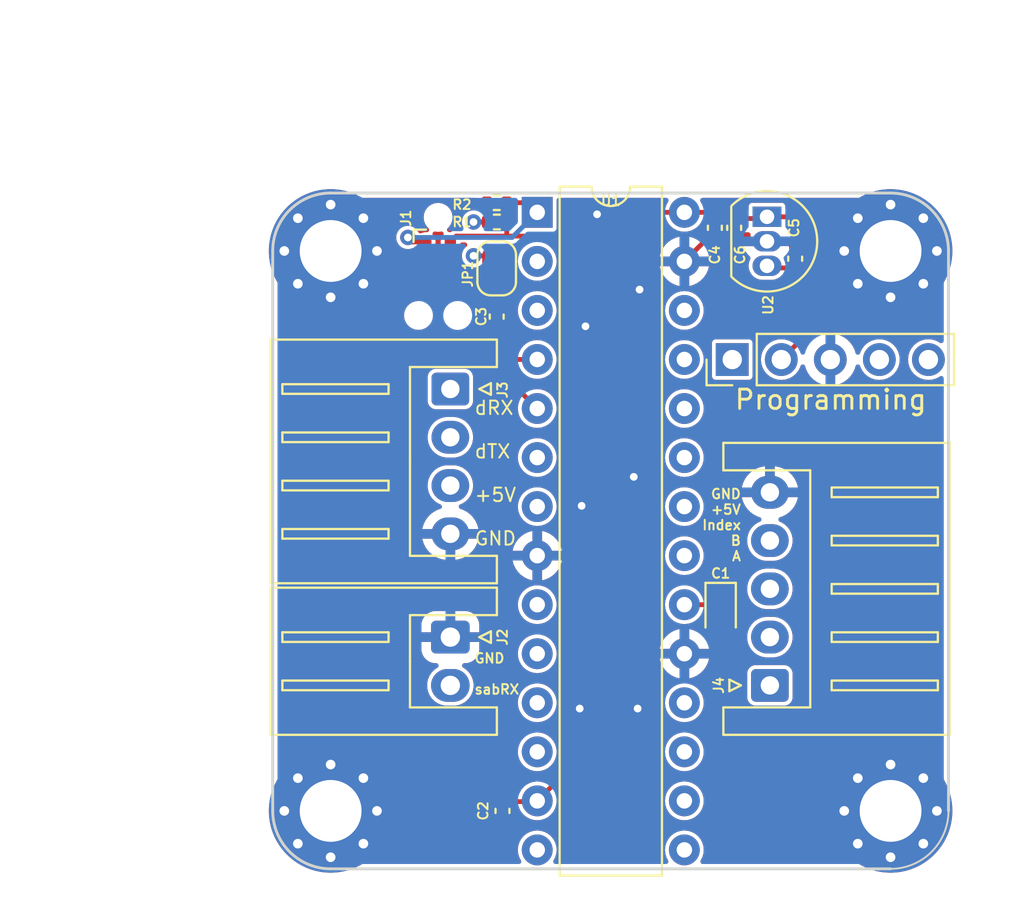
<source format=kicad_pcb>
(kicad_pcb (version 20240108) (generator "pcbnew") (generator_version "8.0")
  (layers (0 "F.Cu" signal) (1 "In1.Cu" signal) (2 "In2.Cu" signal) (31 "B.Cu" signal) (34 "B.Paste" user) (35 "F.Paste" user) (36 "B.SilkS" user "B.Silkscreen") (37 "F.SilkS" user "F.Silkscreen") (38 "B.Mask" user) (39 "F.Mask" user) (44 "Edge.Cuts" user))
  (net 0 "")
  (net 1 "GND")
  (net 2 "Net-(U1-VCAP)")
  (net 3 "+3.3V")
  (net 4 "Net-(JP1-A)")
  (net 5 "+5V")
  (net 6 "/PGD_4")
  (net 7 "/~{MCLR}")
  (net 9 "/PGD_5")
  (net 10 "Net-(JP1-B)")
  (net 12 "/QEI_I")
  (net 22 "/QEI_A")
  (net 25 "/QEI_B")
  (net 27 "/pic_TX")
  (net 28 "/Saber_RX")
  (net 29 "/pic_RX")
  (footprint "MountingHole:MountingHole_3.2mm_M3_Pad_Via" (layer "F.Cu") (at 147 87)
    (property "Reference" "H3" (hide yes))
    (property "Value" "MountingHole_Pad")
    (pad "1" thru_hole circle (at -2.4 0) (size 0.8 0.8) (drill 0.5) (layers "*.Cu" "*.Mask") (net 1 "GND"))
    (pad "1" thru_hole circle (at -1.697056 -1.697056) (size 0.8 0.8) (drill 0.5) (layers "*.Cu" "*.Mask") (net 1 "GND"))
    (pad "1" thru_hole circle (at -1.697056 1.697056) (size 0.8 0.8) (drill 0.5) (layers "*.Cu" "*.Mask") (net 1 "GND"))
    (pad "1" thru_hole circle (at 0 -2.4) (size 0.8 0.8) (drill 0.5) (layers "*.Cu" "*.Mask") (net 1 "GND"))
    (pad "1" thru_hole circle (at 0 0) (size 6.4 6.4) (drill 3.2) (layers "*.Cu" "*.Mask") (net 1 "GND"))
    (pad "1" thru_hole circle (at 0 2.4) (size 0.8 0.8) (drill 0.5) (layers "*.Cu" "*.Mask") (net 1 "GND"))
    (pad "1" thru_hole circle (at 1.697056 -1.697056) (size 0.8 0.8) (drill 0.5) (layers "*.Cu" "*.Mask") (net 1 "GND"))
    (pad "1" thru_hole circle (at 1.697056 1.697056) (size 0.8 0.8) (drill 0.5) (layers "*.Cu" "*.Mask") (net 1 "GND"))
    (pad "1" thru_hole circle (at 2.4 0) (size 0.8 0.8) (drill 0.5) (layers "*.Cu" "*.Mask") (net 1 "GND"))
  )
  (footprint "Capacitor_SMD:C_0402_1005Metric" (layer "F.Cu") (at 126.6 61.4 -90)
    (property "Reference" "C3" (at 0 0.8 90) (layer "F.SilkS") (effects (font (size 0.5 0.5) (thickness 0.1))))
    (property "Value" ".1uF")
    (fp_line (start -0.107836 0.36) (end 0.107836 0.36) (stroke (width 0.12)) (layer "F.SilkS"))
    (fp_line (start -0.107836 -0.36) (end 0.107836 -0.36) (stroke (width 0.12)) (layer "F.SilkS"))
    (pad "1" smd roundrect (at -0.48 0 270) (size 0.56 0.62) (layers "F.Cu" "F.Paste" "F.Mask") (net 4 "Net-(JP1-A)"))
    (pad "2" smd roundrect (at 0.48 0 270) (size 0.56 0.62) (layers "F.Cu" "F.Paste" "F.Mask") (net 1 "GND"))
  )
  (footprint "Capacitor_SMD:C_0402_1005Metric" (layer "F.Cu") (at 126.9 87 -90)
    (property "Reference" "C2" (at 0 1 90) (layer "F.SilkS") (effects (font (size 0.5 0.5) (thickness 0.1))))
    (property "Value" "0.1uF")
    (fp_line (start -0.107836 0.36) (end 0.107836 0.36) (stroke (width 0.12)) (layer "F.SilkS"))
    (fp_line (start -0.107836 -0.36) (end 0.107836 -0.36) (stroke (width 0.12)) (layer "F.SilkS"))
    (pad "1" smd roundrect (at -0.48 0 270) (size 0.56 0.62) (layers "F.Cu" "F.Paste" "F.Mask") (net 3 "+3.3V"))
    (pad "2" smd roundrect (at 0.48 0 270) (size 0.56 0.62) (layers "F.Cu" "F.Paste" "F.Mask") (net 1 "GND"))
  )
  (footprint "Capacitor_SMD:C_0402_1005Metric" (layer "F.Cu") (at 137.9 56.8 90)
    (property "Reference" "C4" (at -1.4 0 90) (layer "F.SilkS") (effects (font (size 0.5 0.5) (thickness 0.1))))
    (property "Value" "0.1uF")
    (fp_line (start -0.107836 -0.36) (end 0.107836 -0.36) (stroke (width 0.12)) (layer "F.SilkS"))
    (fp_line (start -0.107836 0.36) (end 0.107836 0.36) (stroke (width 0.12)) (layer "F.SilkS"))
    (pad "1" smd roundrect (at -0.48 0 90) (size 0.56 0.62) (layers "F.Cu" "F.Paste" "F.Mask") (net 1 "GND"))
    (pad "2" smd roundrect (at 0.48 0 90) (size 0.56 0.62) (layers "F.Cu" "F.Paste" "F.Mask") (net 3 "+3.3V"))
  )
  (footprint "Capacitor_SMD:C_0402_1005Metric" (layer "F.Cu") (at 142.06 58.4 90)
    (property "Reference" "C5" (at 1.6 -0.06 90) (layer "F.SilkS") (effects (font (size 0.5 0.5) (thickness 0.1))))
    (property "Value" "1uF")
    (fp_line (start -0.107836 -0.36) (end 0.107836 -0.36) (stroke (width 0.12)) (layer "F.SilkS"))
    (fp_line (start -0.107836 0.36) (end 0.107836 0.36) (stroke (width 0.12)) (layer "F.SilkS"))
    (pad "1" smd roundrect (at -0.48 0 90) (size 0.56 0.62) (layers "F.Cu" "F.Paste" "F.Mask") (net 5 "+5V"))
    (pad "2" smd roundrect (at 0.48 0 90) (size 0.56 0.62) (layers "F.Cu" "F.Paste" "F.Mask") (net 1 "GND"))
  )
  (footprint "Custom footprints:Tag-Connect_TC2030-IDC-NL_2x03_P1.27mm_Vertical_NO-KEEPOUT_SMALL-PADS" (layer "F.Cu") (at 123.565 58.8 -90)
    (property "Reference" "J1" (at -2.5 1.665 90) (layer "F.SilkS") (effects (font (size 0.5 0.5) (thickness 0.1))))
    (property "Value" "Programming")
    (fp_line (start -1.905 1.27) (end -1.905 0.635) (stroke (width 0.12)) (layer "F.SilkS"))
    (fp_line (start -1.27 1.27) (end -1.905 1.27) (stroke (width 0.12)) (layer "F.SilkS"))
    (pad "" np_thru_hole circle (at -2.54 0 270) (size 0.9906 0.9906) (drill 0.9906) (layers "*.Cu" "*.Mask"))
    (pad "" np_thru_hole circle (at 2.54 -1.016 270) (size 0.9906 0.9906) (drill 0.9906) (layers "*.Cu" "*.Mask"))
    (pad "" np_thru_hole circle (at 2.54 1.016 270) (size 0.9906 0.9906) (drill 0.9906) (layers "*.Cu" "*.Mask"))
    (pad "1" connect circle (at -1.27 0.635 270) (size 0.6 0.6) (layers "F.Cu") (net 7 "/~{MCLR}"))
    (pad "2" connect circle (at -1.27 -0.635 270) (size 0.6 0.6) (layers "F.Cu") (net 3 "+3.3V"))
    (pad "3" connect circle (at 0 0.635 270) (size 0.6 0.6) (layers "F.Cu" "F.Mask") (net 1 "GND"))
    (pad "4" connect circle (at 0 -0.635 270) (size 0.6 0.6) (layers "F.Cu") (net 6 "/PGD_4"))
    (pad "5" connect circle (at 1.27 0.635 270) (size 0.6 0.6) (layers "F.Cu") (net 9 "/PGD_5"))
    (pad "6" connect circle (at 1.27 -0.635 270) (size 0.6 0.6) (layers "F.Cu"))
  )
  (footprint "Package_DIP:DIP-28_W7.62mm" (layer "F.Cu") (at 128.7 56)
    (property "Reference" "U1" (at 3.81 -0.6 0) (layer "F.SilkS") (effects (font (size 0.5 0.5) (thickness 0.1))))
    (property "Value" "DSPIC33FJ64MC802-xSP")
    (fp_line (start 1.16 -1.33) (end 1.16 34.35) (stroke (width 0.12)) (layer "F.SilkS"))
    (fp_line (start 1.16 34.35) (end 6.46 34.35) (stroke (width 0.12)) (layer "F.SilkS"))
    (fp_line (start 2.81 -1.33) (end 1.16 -1.33) (stroke (width 0.12)) (layer "F.SilkS"))
    (fp_line (start 6.46 -1.33) (end 4.81 -1.33) (stroke (width 0.12)) (layer "F.SilkS"))
    (fp_line (start 6.46 34.35) (end 6.46 -1.33) (stroke (width 0.12)) (layer "F.SilkS"))
    (fp_arc (start 4.81 -1.33) (mid 3.81 -0.33) (end 2.81 -1.33) (stroke (width 0.12)) (layer "F.SilkS"))
    (pad "1" thru_hole rect (at 0 0) (size 1.6 1.6) (drill 0.8) (layers "*.Cu" "*.Mask") (net 7 "/~{MCLR}"))
    (pad "2" thru_hole oval (at 0 2.54) (size 1.6 1.6) (drill 0.8) (layers "*.Cu" "*.Mask"))
    (pad "3" thru_hole oval (at 0 5.08) (size 1.6 1.6) (drill 0.8) (layers "*.Cu" "*.Mask"))
    (pad "4" thru_hole oval (at 0 7.62) (size 1.6 1.6) (drill 0.8) (layers "*.Cu" "*.Mask") (net 6 "/PGD_4"))
    (pad "5" thru_hole oval (at 0 10.16) (size 1.6 1.6) (drill 0.8) (layers "*.Cu" "*.Mask") (net 9 "/PGD_5"))
    (pad "6" thru_hole oval (at 0 12.7) (size 1.6 1.6) (drill 0.8) (layers "*.Cu" "*.Mask"))
    (pad "7" thru_hole oval (at 0 15.24) (size 1.6 1.6) (drill 0.8) (layers "*.Cu" "*.Mask"))
    (pad "8" thru_hole oval (at 0 17.78) (size 1.6 1.6) (drill 0.8) (layers "*.Cu" "*.Mask") (net 1 "GND"))
    (pad "9" thru_hole oval (at 0 20.32) (size 1.6 1.6) (drill 0.8) (layers "*.Cu" "*.Mask"))
    (pad "10" thru_hole oval (at 0 22.86) (size 1.6 1.6) (drill 0.8) (layers "*.Cu" "*.Mask"))
    (pad "11" thru_hole oval (at 0 25.4) (size 1.6 1.6) (drill 0.8) (layers "*.Cu" "*.Mask"))
    (pad "12" thru_hole oval (at 0 27.94) (size 1.6 1.6) (drill 0.8) (layers "*.Cu" "*.Mask"))
    (pad "13" thru_hole oval (at 0 30.48) (size 1.6 1.6) (drill 0.8) (layers "*.Cu" "*.Mask") (net 3 "+3.3V"))
    (pad "14" thru_hole oval (at 0 33.02) (size 1.6 1.6) (drill 0.8) (layers "*.Cu" "*.Mask"))
    (pad "15" thru_hole oval (at 7.62 33.02) (size 1.6 1.6) (drill 0.8) (layers "*.Cu" "*.Mask") (net 22 "/QEI_A"))
    (pad "16" thru_hole oval (at 7.62 30.48) (size 1.6 1.6) (drill 0.8) (layers "*.Cu" "*.Mask") (net 25 "/QEI_B"))
    (pad "17" thru_hole oval (at 7.62 27.94) (size 1.6 1.6) (drill 0.8) (layers "*.Cu" "*.Mask") (net 12 "/QEI_I"))
    (pad "18" thru_hole oval (at 7.62 25.4) (size 1.6 1.6) (drill 0.8) (layers "*.Cu" "*.Mask") (net 28 "/Saber_RX"))
    (pad "19" thru_hole oval (at 7.62 22.86) (size 1.6 1.6) (drill 0.8) (layers "*.Cu" "*.Mask") (net 1 "GND"))
    (pad "20" thru_hole oval (at 7.62 20.32) (size 1.6 1.6) (drill 0.8) (layers "*.Cu" "*.Mask") (net 2 "Net-(U1-VCAP)"))
    (pad "21" thru_hole oval (at 7.62 17.78) (size 1.6 1.6) (drill 0.8) (layers "*.Cu" "*.Mask") (net 27 "/pic_TX"))
    (pad "22" thru_hole oval (at 7.62 15.24) (size 1.6 1.6) (drill 0.8) (layers "*.Cu" "*.Mask") (net 29 "/pic_RX"))
    (pad "23" thru_hole oval (at 7.62 12.7) (size 1.6 1.6) (drill 0.8) (layers "*.Cu" "*.Mask"))
    (pad "24" thru_hole oval (at 7.62 10.16) (size 1.6 1.6) (drill 0.8) (layers "*.Cu" "*.Mask"))
    (pad "25" thru_hole oval (at 7.62 7.62) (size 1.6 1.6) (drill 0.8) (layers "*.Cu" "*.Mask"))
    (pad "26" thru_hole oval (at 7.62 5.08) (size 1.6 1.6) (drill 0.8) (layers "*.Cu" "*.Mask"))
    (pad "27" thru_hole oval (at 7.62 2.54) (size 1.6 1.6) (drill 0.8) (layers "*.Cu" "*.Mask") (net 1 "GND"))
    (pad "28" thru_hole oval (at 7.62 0) (size 1.6 1.6) (drill 0.8) (layers "*.Cu" "*.Mask") (net 3 "+3.3V"))
  )
  (footprint "Capacitor_Tantalum_SMD:CP_EIA-1608-08_AVX-J" (layer "F.Cu") (at 138.2 76.7 -90)
    (property "Reference" "C1" (at -2 0 0) (layer "F.SilkS") (effects (font (size 0.5 0.5) (thickness 0.1))))
    (property "Value" "10uf")
    (fp_line (start -1.51 0.785) (end 0.8 0.785) (stroke (width 0.12)) (layer "F.SilkS"))
    (fp_line (start -1.51 -0.785) (end -1.51 0.785) (stroke (width 0.12)) (layer "F.SilkS"))
    (fp_line (start 0.8 -0.785) (end -1.51 -0.785) (stroke (width 0.12)) (layer "F.SilkS"))
    (pad "1" smd roundrect (at -0.7125 0 270) (size 1.075 1.05) (layers "F.Cu" "F.Paste" "F.Mask") (roundrect_rratio 0.238095) (net 2 "Net-(U1-VCAP)"))
    (pad "2" smd roundrect (at 0.7125 0 270) (size 1.075 1.05) (layers "F.Cu" "F.Paste" "F.Mask") (roundrect_rratio 0.238095) (net 1 "GND"))
  )
  (footprint "MountingHole:MountingHole_3.2mm_M3_Pad_Via" (layer "F.Cu") (at 118 87)
    (property "Reference" "H4" (hide yes))
    (property "Value" "MountingHole_Pad")
    (pad "1" thru_hole circle (at -2.4 0) (size 0.8 0.8) (drill 0.5) (layers "*.Cu" "*.Mask") (net 1 "GND"))
    (pad "1" thru_hole circle (at -1.697056 -1.697056) (size 0.8 0.8) (drill 0.5) (layers "*.Cu" "*.Mask") (net 1 "GND"))
    (pad "1" thru_hole circle (at -1.697056 1.697056) (size 0.8 0.8) (drill 0.5) (layers "*.Cu" "*.Mask") (net 1 "GND"))
    (pad "1" thru_hole circle (at 0 -2.4) (size 0.8 0.8) (drill 0.5) (layers "*.Cu" "*.Mask") (net 1 "GND"))
    (pad "1" thru_hole circle (at 0 0) (size 6.4 6.4) (drill 3.2) (layers "*.Cu" "*.Mask") (net 1 "GND"))
    (pad "1" thru_hole circle (at 0 2.4) (size 0.8 0.8) (drill 0.5) (layers "*.Cu" "*.Mask") (net 1 "GND"))
    (pad "1" thru_hole circle (at 1.697056 -1.697056) (size 0.8 0.8) (drill 0.5) (layers "*.Cu" "*.Mask") (net 1 "GND"))
    (pad "1" thru_hole circle (at 1.697056 1.697056) (size 0.8 0.8) (drill 0.5) (layers "*.Cu" "*.Mask") (net 1 "GND"))
    (pad "1" thru_hole circle (at 2.4 0) (size 0.8 0.8) (drill 0.5) (layers "*.Cu" "*.Mask") (net 1 "GND"))
  )
  (footprint "MountingHole:MountingHole_3.2mm_M3_Pad_Via" (layer "F.Cu") (at 147 58)
    (property "Reference" "H2" (hide yes))
    (property "Value" "MountingHole_Pad")
    (pad "1" thru_hole circle (at -2.4 0) (size 0.8 0.8) (drill 0.5) (layers "*.Cu" "*.Mask") (net 1 "GND"))
    (pad "1" thru_hole circle (at -1.697056 -1.697056) (size 0.8 0.8) (drill 0.5) (layers "*.Cu" "*.Mask") (net 1 "GND"))
    (pad "1" thru_hole circle (at -1.697056 1.697056) (size 0.8 0.8) (drill 0.5) (layers "*.Cu" "*.Mask") (net 1 "GND"))
    (pad "1" thru_hole circle (at 0 -2.4) (size 0.8 0.8) (drill 0.5) (layers "*.Cu" "*.Mask") (net 1 "GND"))
    (pad "1" thru_hole circle (at 0 0) (size 6.4 6.4) (drill 3.2) (layers "*.Cu" "*.Mask") (net 1 "GND"))
    (pad "1" thru_hole circle (at 0 2.4) (size 0.8 0.8) (drill 0.5) (layers "*.Cu" "*.Mask") (net 1 "GND"))
    (pad "1" thru_hole circle (at 1.697056 -1.697056) (size 0.8 0.8) (drill 0.5) (layers "*.Cu" "*.Mask") (net 1 "GND"))
    (pad "1" thru_hole circle (at 1.697056 1.697056) (size 0.8 0.8) (drill 0.5) (layers "*.Cu" "*.Mask") (net 1 "GND"))
    (pad "1" thru_hole circle (at 2.4 0) (size 0.8 0.8) (drill 0.5) (layers "*.Cu" "*.Mask") (net 1 "GND"))
  )
  (footprint "Jumper:SolderJumper-2_P1.3mm_Open_RoundedPad1.0x1.5mm" (layer "F.Cu") (at 126.6 58.9 90)
    (property "Reference" "JP1" (at -0.3 -1.5 90) (layer "F.SilkS") (effects (font (size 0.5 0.5) (thickness 0.1))))
    (property "Value" "Jumper_2_Open")
    (fp_line (start -0.7 -1) (end 0.7 -1) (stroke (width 0.12)) (layer "F.SilkS"))
    (fp_line (start 1.4 -0.3) (end 1.4 0.3) (stroke (width 0.12)) (layer "F.SilkS"))
    (fp_line (start -1.4 0.3) (end -1.4 -0.3) (stroke (width 0.12)) (layer "F.SilkS"))
    (fp_line (start 0.7 1) (end -0.7 1) (stroke (width 0.12)) (layer "F.SilkS"))
    (fp_arc (start 0.7 -1) (mid 1.194975 -0.794975) (end 1.4 -0.3) (stroke (width 0.12)) (layer "F.SilkS"))
    (fp_arc (start -1.4 -0.3) (mid -1.194975 -0.794975) (end -0.7 -1) (stroke (width 0.12)) (layer "F.SilkS"))
    (fp_arc (start 1.4 0.3) (mid 1.194975 0.794975) (end 0.7 1) (stroke (width 0.12)) (layer "F.SilkS"))
    (fp_arc (start -0.7 1) (mid -1.194975 0.794975) (end -1.4 0.3) (stroke (width 0.12)) (layer "F.SilkS"))
    (pad "1" smd custom (at -0.65 0 90) (size 1 0.5) (layers "F.Cu" "F.Mask") (net 4 "Net-(JP1-A)") (options (clearance outline) (anchor rect)) (primitives (gr_circle (center 0 0.25) (end 0.5 0.25) (width 0) (fill yes)) (gr_circle (center 0 -0.25) (end 0.5 -0.25) (width 0) (fill yes)) (gr_poly (pts (xy 0.5 0.75) (xy 0 0.75) (xy 0 -0.75) (xy 0.5 -0.75)) (width 0) (fill yes))))
    (pad "2" smd custom (at 0.65 0 90) (size 1 0.5) (layers "F.Cu" "F.Mask") (net 10 "Net-(JP1-B)") (options (clearance outline) (anchor rect)) (primitives (gr_circle (center 0 0.25) (end 0.5 0.25) (width 0) (fill yes)) (gr_circle (center 0 -0.25) (end 0.5 -0.25) (width 0) (fill yes)) (gr_poly (pts (xy 0 0.75) (xy -0.5 0.75) (xy -0.5 -0.75) (xy 0 -0.75)) (width 0) (fill yes))))
  )
  (footprint "Capacitor_SMD:C_0402_1005Metric" (layer "F.Cu") (at 138.9 56.8 -90)
    (property "Reference" "C6" (at 1.4 -0.3 -90) (layer "F.SilkS") (effects (font (size 0.5 0.5) (thickness 0.1))))
    (property "Value" "1uF")
    (fp_line (start -0.107836 0.36) (end 0.107836 0.36) (stroke (width 0.12)) (layer "F.SilkS"))
    (fp_line (start -0.107836 -0.36) (end 0.107836 -0.36) (stroke (width 0.12)) (layer "F.SilkS"))
    (pad "1" smd roundrect (at -0.48 0 270) (size 0.56 0.62) (layers "F.Cu" "F.Paste" "F.Mask") (net 3 "+3.3V"))
    (pad "2" smd roundrect (at 0.48 0 270) (size 0.56 0.62) (layers "F.Cu" "F.Paste" "F.Mask") (net 1 "GND"))
  )
  (footprint "Resistor_SMD:R_0402_1005Metric" (layer "F.Cu") (at 126.61 56.5 180)
    (property "Reference" "R1" (at 1.81 0 0) (layer "F.SilkS") (effects (font (size 0.5 0.5) (thickness 0.1))))
    (property "Value" "10k")
    (fp_line (start -0.153641 0.38) (end 0.153641 0.38) (stroke (width 0.12)) (layer "F.SilkS"))
    (fp_line (start -0.153641 -0.38) (end 0.153641 -0.38) (stroke (width 0.12)) (layer "F.SilkS"))
    (pad "1" smd roundrect (at -0.51 0 180) (size 0.54 0.64) (layers "F.Cu" "F.Paste" "F.Mask") (net 3 "+3.3V"))
    (pad "2" smd roundrect (at 0.51 0 180) (size 0.54 0.64) (layers "F.Cu" "F.Paste" "F.Mask") (net 10 "Net-(JP1-B)"))
  )
  (footprint "MountingHole:MountingHole_3.2mm_M3_Pad_Via" (layer "F.Cu") (at 118 58)
    (property "Reference" "H1" (hide yes))
    (property "Value" "MountingHole_Pad")
    (pad "1" thru_hole circle (at -2.4 0) (size 0.8 0.8) (drill 0.5) (layers "*.Cu" "*.Mask") (net 1 "GND"))
    (pad "1" thru_hole circle (at -1.697056 -1.697056) (size 0.8 0.8) (drill 0.5) (layers "*.Cu" "*.Mask") (net 1 "GND"))
    (pad "1" thru_hole circle (at -1.697056 1.697056) (size 0.8 0.8) (drill 0.5) (layers "*.Cu" "*.Mask") (net 1 "GND"))
    (pad "1" thru_hole circle (at 0 -2.4) (size 0.8 0.8) (drill 0.5) (layers "*.Cu" "*.Mask") (net 1 "GND"))
    (pad "1" thru_hole circle (at 0 0) (size 6.4 6.4) (drill 3.2) (layers "*.Cu" "*.Mask") (net 1 "GND"))
    (pad "1" thru_hole circle (at 0 2.4) (size 0.8 0.8) (drill 0.5) (layers "*.Cu" "*.Mask") (net 1 "GND"))
    (pad "1" thru_hole circle (at 1.697056 -1.697056) (size 0.8 0.8) (drill 0.5) (layers "*.Cu" "*.Mask") (net 1 "GND"))
    (pad "1" thru_hole circle (at 1.697056 1.697056) (size 0.8 0.8) (drill 0.5) (layers "*.Cu" "*.Mask") (net 1 "GND"))
    (pad "1" thru_hole circle (at 2.4 0) (size 0.8 0.8) (drill 0.5) (layers "*.Cu" "*.Mask") (net 1 "GND"))
  )
  (footprint "Package_TO_SOT_THT:TO-92_Inline" (layer "F.Cu") (at 140.6 56.23 -90)
    (property "Reference" "U2" (at 4.57 -0.06 90) (layer "F.SilkS") (effects (font (size 0.5 0.5) (thickness 0.1))))
    (property "Value" "LM78L33_TO92")
    (fp_line (start -0.53 1.85) (end 3.07 1.85) (stroke (width 0.12)) (layer "F.SilkS"))
    (fp_arc (start -0.568478 1.838478) (mid -1.132087 -0.994977) (end 1.27 -2.6) (stroke (width 0.12)) (layer "F.SilkS"))
    (fp_arc (start 1.27 -2.6) (mid 3.672087 -0.994977) (end 3.108478 1.838478) (stroke (width 0.12)) (layer "F.SilkS"))
    (pad "1" thru_hole rect (at 0 0 270) (size 1.05 1.5) (drill 0.75) (layers "*.Cu" "*.Mask") (net 3 "+3.3V"))
    (pad "2" thru_hole oval (at 1.27 0 270) (size 1.05 1.5) (drill 0.75) (layers "*.Cu" "*.Mask") (net 1 "GND"))
    (pad "3" thru_hole oval (at 2.54 0 270) (size 1.05 1.5) (drill 0.75) (layers "*.Cu" "*.Mask") (net 5 "+5V"))
  )
  (footprint "Connector_JST:JST_XH_S5B-XH-A_1x05_P2.50mm_Horizontal" (layer "F.Cu") (at 140.75 80.5 90)
    (property "Reference" "J4" (at 0 -2.65 90) (layer "F.SilkS") (effects (font (size 0.5 0.5) (thickness 0.1))))
    (property "Value" "Conn_01x05")
    (fp_line (start 12.56 -2.41) (end 11.14 -2.41) (stroke (width 0.12)) (layer "F.SilkS"))
    (fp_line (start 11.14 -2.41) (end 11.14 2.09) (stroke (width 0.12)) (layer "F.SilkS"))
    (fp_line (start -1.14 -2.41) (end -1.14 2.09) (stroke (width 0.12)) (layer "F.SilkS"))
    (fp_line (start -2.56 -2.41) (end -1.14 -2.41) (stroke (width 0.12)) (layer "F.SilkS"))
    (fp_line (start 0.3 -2.1) (end 0 -1.5) (stroke (width 0.12)) (layer "F.SilkS"))
    (fp_line (start -0.3 -2.1) (end 0.3 -2.1) (stroke (width 0.12)) (layer "F.SilkS"))
    (fp_line (start 0 -1.5) (end -0.3 -2.1) (stroke (width 0.12)) (layer "F.SilkS"))
    (fp_line (start 11.14 2.09) (end 5 2.09) (stroke (width 0.12)) (layer "F.SilkS"))
    (fp_line (start -1.14 2.09) (end 5 2.09) (stroke (width 0.12)) (layer "F.SilkS"))
    (fp_line (start 10.25 3.2) (end 9.75 3.2) (stroke (width 0.12)) (layer "F.SilkS"))
    (fp_line (start 9.75 3.2) (end 9.75 8.7) (stroke (width 0.12)) (layer "F.SilkS"))
    (fp_line (start 7.75 3.2) (end 7.25 3.2) (stroke (width 0.12)) (layer "F.SilkS"))
    (fp_line (start 7.25 3.2) (end 7.25 8.7) (stroke (width 0.12)) (layer "F.SilkS"))
    (fp_line (start 5.25 3.2) (end 4.75 3.2) (stroke (width 0.12)) (layer "F.SilkS"))
    (fp_line (start 4.75 3.2) (end 4.75 8.7) (stroke (width 0.12)) (layer "F.SilkS"))
    (fp_line (start 2.75 3.2) (end 2.25 3.2) (stroke (width 0.12)) (layer "F.SilkS"))
    (fp_line (start 2.25 3.2) (end 2.25 8.7) (stroke (width 0.12)) (layer "F.SilkS"))
    (fp_line (start 0.25 3.2) (end -0.25 3.2) (stroke (width 0.12)) (layer "F.SilkS"))
    (fp_line (start -0.25 3.2) (end -0.25 8.7) (stroke (width 0.12)) (layer "F.SilkS"))
    (fp_line (start 10.25 8.7) (end 10.25 3.2) (stroke (width 0.12)) (layer "F.SilkS"))
    (fp_line (start 9.75 8.7) (end 10.25 8.7) (stroke (width 0.12)) (layer "F.SilkS"))
    (fp_line (start 7.75 8.7) (end 7.75 3.2) (stroke (width 0.12)) (layer "F.SilkS"))
    (fp_line (start 7.25 8.7) (end 7.75 8.7) (stroke (width 0.12)) (layer "F.SilkS"))
    (fp_line (start 5.25 8.7) (end 5.25 3.2) (stroke (width 0.12)) (layer "F.SilkS"))
    (fp_line (start 4.75 8.7) (end 5.25 8.7) (stroke (width 0.12)) (layer "F.SilkS"))
    (fp_line (start 2.75 8.7) (end 2.75 3.2) (stroke (width 0.12)) (layer "F.SilkS"))
    (fp_line (start 2.25 8.7) (end 2.75 8.7) (stroke (width 0.12)) (layer "F.SilkS"))
    (fp_line (start 0.25 8.7) (end 0.25 3.2) (stroke (width 0.12)) (layer "F.SilkS"))
    (fp_line (start -0.25 8.7) (end 0.25 8.7) (stroke (width 0.12)) (layer "F.SilkS"))
    (fp_line (start 12.56 9.31) (end 12.56 -2.41) (stroke (width 0.12)) (layer "F.SilkS"))
    (fp_line (start 5 9.31) (end 12.56 9.31) (stroke (width 0.12)) (layer "F.SilkS"))
    (fp_line (start 5 9.31) (end -2.56 9.31) (stroke (width 0.12)) (layer "F.SilkS"))
    (fp_line (start -2.56 9.31) (end -2.56 -2.41) (stroke (width 0.12)) (layer "F.SilkS"))
    (pad "1" thru_hole roundrect (at 0 0 90) (size 1.7 1.95) (drill 0.95) (layers "*.Cu" "*.Mask") (roundrect_rratio 0.147059) (net 22 "/QEI_A"))
    (pad "2" thru_hole oval (at 2.5 0 90) (size 1.7 1.95) (drill 0.95) (layers "*.Cu" "*.Mask") (net 25 "/QEI_B"))
    (pad "3" thru_hole oval (at 5 0 90) (size 1.7 1.95) (drill 0.95) (layers "*.Cu" "*.Mask") (net 12 "/QEI_I"))
    (pad "4" thru_hole oval (at 7.5 0 90) (size 1.7 1.95) (drill 0.95) (layers "*.Cu" "*.Mask") (net 5 "+5V"))
    (pad "5" thru_hole oval (at 10 0 90) (size 1.7 1.95) (drill 0.95) (layers "*.Cu" "*.Mask") (net 1 "GND"))
  )
  (footprint "Connector_JST:JST_XH_S4B-XH-A_1x04_P2.50mm_Horizontal" (layer "F.Cu") (at 124.2 65.15 -90)
    (property "Reference" "J3" (at 0.05 -2.7 90) (layer "F.SilkS") (effects (font (size 0.5 0.5) (thickness 0.1))))
    (property "Value" "Conn_01x04")
    (fp_line (start -2.56 9.31) (end -2.56 -2.41) (stroke (width 0.12)) (layer "F.SilkS"))
    (fp_line (start 3.75 9.31) (end -2.56 9.31) (stroke (width 0.12)) (layer "F.SilkS"))
    (fp_line (start 3.75 9.31) (end 10.06 9.31) (stroke (width 0.12)) (layer "F.SilkS"))
    (fp_line (start 10.06 9.31) (end 10.06 -2.41) (stroke (width 0.12)) (layer "F.SilkS"))
    (fp_line (start -0.25 8.7) (end 0.25 8.7) (stroke (width 0.12)) (layer "F.SilkS"))
    (fp_line (start 0.25 8.7) (end 0.25 3.2) (stroke (width 0.12)) (layer "F.SilkS"))
    (fp_line (start 2.25 8.7) (end 2.75 8.7) (stroke (width 0.12)) (layer "F.SilkS"))
    (fp_line (start 2.75 8.7) (end 2.75 3.2) (stroke (width 0.12)) (layer "F.SilkS"))
    (fp_line (start 4.75 8.7) (end 5.25 8.7) (stroke (width 0.12)) (layer "F.SilkS"))
    (fp_line (start 5.25 8.7) (end 5.25 3.2) (stroke (width 0.12)) (layer "F.SilkS"))
    (fp_line (start 7.25 8.7) (end 7.75 8.7) (stroke (width 0.12)) (layer "F.SilkS"))
    (fp_line (start 7.75 8.7) (end 7.75 3.2) (stroke (width 0.12)) (layer "F.SilkS"))
    (fp_line (start -0.25 3.2) (end -0.25 8.7) (stroke (width 0.12)) (layer "F.SilkS"))
    (fp_line (start 0.25 3.2) (end -0.25 3.2) (stroke (width 0.12)) (layer "F.SilkS"))
    (fp_line (start 2.25 3.2) (end 2.25 8.7) (stroke (width 0.12)) (layer "F.SilkS"))
    (fp_line (start 2.75 3.2) (end 2.25 3.2) (stroke (width 0.12)) (layer "F.SilkS"))
    (fp_line (start 4.75 3.2) (end 4.75 8.7) (stroke (width 0.12)) (layer "F.SilkS"))
    (fp_line (start 5.25 3.2) (end 4.75 3.2) (stroke (width 0.12)) (layer "F.SilkS"))
    (fp_line (start 7.25 3.2) (end 7.25 8.7) (stroke (width 0.12)) (layer "F.SilkS"))
    (fp_line (start 7.75 3.2) (end 7.25 3.2) (stroke (width 0.12)) (layer "F.SilkS"))
    (fp_line (start -1.14 2.09) (end 3.75 2.09) (stroke (width 0.12)) (layer "F.SilkS"))
    (fp_line (start 8.64 2.09) (end 3.75 2.09) (stroke (width 0.12)) (layer "F.SilkS"))
    (fp_line (start 0 -1.5) (end -0.3 -2.1) (stroke (width 0.12)) (layer "F.SilkS"))
    (fp_line (start -0.3 -2.1) (end 0.3 -2.1) (stroke (width 0.12)) (layer "F.SilkS"))
    (fp_line (start 0.3 -2.1) (end 0 -1.5) (stroke (width 0.12)) (layer "F.SilkS"))
    (fp_line (start -2.56 -2.41) (end -1.14 -2.41) (stroke (width 0.12)) (layer "F.SilkS"))
    (fp_line (start -1.14 -2.41) (end -1.14 2.09) (stroke (width 0.12)) (layer "F.SilkS"))
    (fp_line (start 8.64 -2.41) (end 8.64 2.09) (stroke (width 0.12)) (layer "F.SilkS"))
    (fp_line (start 10.06 -2.41) (end 8.64 -2.41) (stroke (width 0.12)) (layer "F.SilkS"))
    (pad "1" thru_hole roundrect (at 0 0 270) (size 1.7 1.95) (drill 0.95) (layers "*.Cu" "*.Mask") (roundrect_rratio 0.147059) (net 29 "/pic_RX"))
    (pad "2" thru_hole oval (at 2.5 0 270) (size 1.7 1.95) (drill 0.95) (layers "*.Cu" "*.Mask") (net 27 "/pic_TX"))
    (pad "3" thru_hole oval (at 5 0 270) (size 1.7 1.95) (drill 0.95) (layers "*.Cu" "*.Mask") (net 5 "+5V"))
    (pad "4" thru_hole oval (at 7.5 0 270) (size 1.7 1.95) (drill 0.95) (layers "*.Cu" "*.Mask") (net 1 "GND"))
  )
  (footprint "Resistor_SMD:R_0402_1005Metric" (layer "F.Cu") (at 126.6 55.5)
    (property "Reference" "R2" (at -1.8 0.1 0) (layer "F.SilkS") (effects (font (size 0.5 0.5) (thickness 0.1))))
    (property "Value" "470R")
    (fp_line (start -0.153641 -0.38) (end 0.153641 -0.38) (stroke (width 0.12)) (layer "F.SilkS"))
    (fp_line (start -0.153641 0.38) (end 0.153641 0.38) (stroke (width 0.12)) (layer "F.SilkS"))
    (pad "1" smd roundrect (at -0.51 0) (size 0.54 0.64) (layers "F.Cu" "F.Paste" "F.Mask") (net 10 "Net-(JP1-B)"))
    (pad "2" smd roundrect (at 0.51 0) (size 0.54 0.64) (layers "F.Cu" "F.Paste" "F.Mask") (net 7 "/~{MCLR}"))
  )
  (footprint "Connector_JST:JST_XH_S2B-XH-A_1x02_P2.50mm_Horizontal" (layer "F.Cu") (at 124.2 78 -90)
    (property "Reference" "J2" (at 0 -2.7 90) (layer "F.SilkS") (effects (font (size 0.5 0.5) (thickness 0.1))))
    (property "Value" "Conn_01x02")
    (fp_line (start -2.56 9.31) (end -2.56 -2.41) (stroke (width 0.12)) (layer "F.SilkS"))
    (fp_line (start 1.25 9.31) (end -2.56 9.31) (stroke (width 0.12)) (layer "F.SilkS"))
    (fp_line (start 1.25 9.31) (end 5.06 9.31) (stroke (width 0.12)) (layer "F.SilkS"))
    (fp_line (start 5.06 9.31) (end 5.06 -2.41) (stroke (width 0.12)) (layer "F.SilkS"))
    (fp_line (start -0.25 8.7) (end 0.25 8.7) (stroke (width 0.12)) (layer "F.SilkS"))
    (fp_line (start 0.25 8.7) (end 0.25 3.2) (stroke (width 0.12)) (layer "F.SilkS"))
    (fp_line (start 2.25 8.7) (end 2.75 8.7) (stroke (width 0.12)) (layer "F.SilkS"))
    (fp_line (start 2.75 8.7) (end 2.75 3.2) (stroke (width 0.12)) (layer "F.SilkS"))
    (fp_line (start -0.25 3.2) (end -0.25 8.7) (stroke (width 0.12)) (layer "F.SilkS"))
    (fp_line (start 0.25 3.2) (end -0.25 3.2) (stroke (width 0.12)) (layer "F.SilkS"))
    (fp_line (start 2.25 3.2) (end 2.25 8.7) (stroke (width 0.12)) (layer "F.SilkS"))
    (fp_line (start 2.75 3.2) (end 2.25 3.2) (stroke (width 0.12)) (layer "F.SilkS"))
    (fp_line (start -1.14 2.09) (end 1.25 2.09) (stroke (width 0.12)) (layer "F.SilkS"))
    (fp_line (start 3.64 2.09) (end 1.25 2.09) (stroke (width 0.12)) (layer "F.SilkS"))
    (fp_line (start 0 -1.5) (end -0.3 -2.1) (stroke (width 0.12)) (layer "F.SilkS"))
    (fp_line (start -0.3 -2.1) (end 0.3 -2.1) (stroke (width 0.12)) (layer "F.SilkS"))
    (fp_line (start 0.3 -2.1) (end 0 -1.5) (stroke (width 0.12)) (layer "F.SilkS"))
    (fp_line (start -2.56 -2.41) (end -1.14 -2.41) (stroke (width 0.12)) (layer "F.SilkS"))
    (fp_line (start -1.14 -2.41) (end -1.14 2.09) (stroke (width 0.12)) (layer "F.SilkS"))
    (fp_line (start 3.64 -2.41) (end 3.64 2.09) (stroke (width 0.12)) (layer "F.SilkS"))
    (fp_line (start 5.06 -2.41) (end 3.64 -2.41) (stroke (width 0.12)) (layer "F.SilkS"))
    (pad "1" thru_hole roundrect (at 0 0 270) (size 1.7 2) (drill 1) (layers "*.Cu" "*.Mask") (roundrect_rratio 0.147059) (net 1 "GND"))
    (pad "2" thru_hole oval (at 2.5 0 270) (size 1.7 2) (drill 1) (layers "*.Cu" "*.Mask") (net 28 "/Saber_RX"))
  )
  (footprint "Connector_PinHeader_2.54mm:PinHeader_1x05_P2.54mm_Vertical" (layer "F.Cu") (at 138.8 63.625 90)
    (property "Reference" "J5" (hide yes))
    (property "Value" "Conn_01x05")
    (property "Field5" "Programming" (at -2.075 5.1 0) (layer "F.SilkS"))
    (fp_line (start -1.33 -1.33) (end 0 -1.33) (stroke (width 0.12)) (layer "F.SilkS"))
    (fp_line (start -1.33 0) (end -1.33 -1.33) (stroke (width 0.12)) (layer "F.SilkS"))
    (fp_line (start 1.33 1.27) (end 1.33 11.49) (stroke (width 0.12)) (layer "F.SilkS"))
    (fp_line (start -1.33 1.27) (end 1.33 1.27) (stroke (width 0.12)) (layer "F.SilkS"))
    (fp_line (start -1.33 1.27) (end -1.33 11.49) (stroke (width 0.12)) (layer "F.SilkS"))
    (fp_line (start -1.33 11.49) (end 1.33 11.49) (stroke (width 0.12)) (layer "F.SilkS"))
    (pad "1" thru_hole rect (at 0 0 90) (size 1.7 1.7) (drill 1) (layers "*.Cu" "*.Mask") (net 7 "/~{MCLR}"))
    (pad "2" thru_hole oval (at 0 2.54 90) (size 1.7 1.7) (drill 1) (layers "*.Cu" "*.Mask") (net 3 "+3.3V"))
    (pad "3" thru_hole oval (at 0 5.08 90) (size 1.7 1.7) (drill 1) (layers "*.Cu" "*.Mask") (net 1 "GND"))
    (pad "4" thru_hole oval (at 0 7.62 90) (size 1.7 1.7) (drill 1) (layers "*.Cu" "*.Mask") (net 6 "/PGD_4"))
    (pad "5" thru_hole oval (at 0 10.16 90) (size 1.7 1.7) (drill 1) (layers "*.Cu" "*.Mask") (net 9 "/PGD_5"))
  )
  (gr_line (start 147 90) (end 118 90) (stroke (width 0.15)) (layer "Edge.Cuts"))
  (gr_arc (start 118 90) (mid 115.87868 89.12132) (end 115 87) (stroke (width 0.15)) (layer "Edge.Cuts"))
  (gr_line (start 118 55) (end 147 55) (stroke (width 0.15)) (layer "Edge.Cuts"))
  (gr_arc (start 115 58) (mid 115.87868 55.87868) (end 118 55) (stroke (width 0.15)) (layer "Edge.Cuts"))
  (gr_arc (start 147 55) (mid 149.12132 55.87868) (end 150 58) (stroke (width 0.15)) (layer "Edge.Cuts"))
  (gr_line (start 150 87) (end 150 58) (stroke (width 0.15)) (layer "Edge.Cuts"))
  (gr_arc (start 150 87) (mid 149.12132 89.12132) (end 147 90) (stroke (width 0.1)) (layer "Edge.Cuts"))
  (gr_line (start 115 87) (end 115 58) (stroke (width 0.15)) (layer "Edge.Cuts"))
  (gr_text "GND\n+5V\nIndex\nB\nA" (at 139.3 74.1 0) (layer "F.SilkS") (effects (font (size 0.5 0.5) (thickness 0.1) (bold yes)) (justify right bottom)))
  (gr_text "GND\n\nsabRX" (at 125.4 81 0) (layer "F.SilkS") (effects (font (size 0.5 0.5) (thickness 0.1) (bold yes)) (justify left bottom)))
  (gr_text "dRX\n\ndTX\n\n+5V\n\nGND" (at 125.4 73.3 0) (layer "F.SilkS") (effects (font (size 0.7 0.7) (thickness 0.1) (bold yes)) (justify left bottom)))
  (segment (start 137.58 57.28) (end 137.9 57.28) (width 0.25) (layer "F.Cu") (net 1))
  (segment (start 138.9 57.28) (end 137.9 57.28) (width 0.25) (layer "F.Cu") (net 1))
  (segment (start 140.6 57.5) (end 141.64 57.5) (width 0.25) (layer "F.Cu") (net 1))
  (segment (start 142.06 57.92) (end 141.64 57.5) (width 0.25) (layer "F.Cu") (net 1))
  (segment (start 140.6 57.5) (end 139.12 57.5) (width 0.25) (layer "F.Cu") (net 1))
  (segment (start 139.12 57.5) (end 138.9 57.28) (width 0.25) (layer "F.Cu") (net 1))
  (segment (start 136.32 58.54) (end 137.58 57.28) (width 0.25) (layer "F.Cu") (net 1))
  (via (at 133.7 69.7) (size 0.8) (drill 0.4) (layers "F.Cu" "B.Cu") (net 1))
  (via (at 134 60) (size 0.8) (drill 0.4) (layers "F.Cu" "B.Cu") (net 1))
  (via (at 131 71.2) (size 0.8) (drill 0.4) (layers "F.Cu" "B.Cu") (net 1))
  (via (at 133.9 81.7) (size 0.8) (drill 0.4) (layers "F.Cu" "B.Cu") (net 1))
  (via (at 131.8 56.1) (size 0.8) (drill 0.4) (layers "F.Cu" "B.Cu") (net 1))
  (via (at 131.2 61.9) (size 0.8) (drill 0.4) (layers "F.Cu" "B.Cu") (net 1))
  (via (at 130.9 81.7) (size 0.8) (drill 0.4) (layers "F.Cu" "B.Cu") (net 1))
  (segment (start 138.2 75.9875) (end 137.8675 76.32) (width 0.25) (layer "F.Cu") (net 2))
  (segment (start 137.8675 76.32) (end 136.32 76.32) (width 0.25) (layer "F.Cu") (net 2))
  (segment (start 142.695 57.325) (end 142.695 62.27) (width 0.25) (layer "F.Cu") (net 3))
  (segment (start 136.32 56) (end 137.58 56) (width 0.25) (layer "F.Cu") (net 3))
  (segment (start 127.12 57.23) (end 132.4 57.23) (width 0.25) (layer "F.Cu") (net 3))
  (segment (start 137.9 56.32) (end 140.51 56.32) (width 0.25) (layer "F.Cu") (net 3))
  (segment (start 128.66 86.52) (end 128.7 86.48) (width 0.25) (layer "F.Cu") (net 3))
  (segment (start 124.5 57.23) (end 127.12 57.23) (width 0.25) (layer "F.Cu") (net 3))
  (segment (start 124.2 57.53) (end 124.5 57.23) (width 0.25) (layer "F.Cu") (net 3))
  (segment (start 140.6 56.23) (end 141.6 56.23) (width 0.25) (layer "F.Cu") (net 3))
  (segment (start 132.4 57.2) (end 133.6 56) (width 0.25) (layer "F.Cu") (net 3))
  (segment (start 132.4 57.23) (end 132.4 57.2) (width 0.25) (layer "F.Cu") (net 3))
  (segment (start 142.695 62.27) (end 141.34 63.625) (width 0.25) (layer "F.Cu") (net 3))
  (segment (start 137.58 56) (end 137.9 56.32) (width 0.25) (layer "F.Cu") (net 3))
  (segment (start 133.6 56) (end 136.32 56) (width 0.25) (layer "F.Cu") (net 3))
  (segment (start 126.9 86.52) (end 128.66 86.52) (width 0.25) (layer "F.Cu") (net 3))
  (segment (start 140.51 56.32) (end 140.6 56.23) (width 0.25) (layer "F.Cu") (net 3))
  (segment (start 127.12 56.5) (end 127.12 57.23) (width 0.25) (layer "F.Cu") (net 3))
  (segment (start 128.7 86.48) (end 132.4 82.78) (width 0.25) (layer "F.Cu") (net 3))
  (segment (start 141.6 56.23) (end 142.695 57.325) (width 0.25) (layer "F.Cu") (net 3))
  (segment (start 132.4 82.78) (end 132.4 57.23) (width 0.25) (layer "F.Cu") (net 3))
  (segment (start 126.6 60.92) (end 126.6 59.55) (width 0.25) (layer "F.Cu") (net 4))
  (segment (start 142.06 58.88) (end 140.71 58.88) (width 0.25) (layer "F.Cu") (net 5))
  (segment (start 140.71 58.88) (end 140.6 58.77) (width 0.25) (layer "F.Cu") (net 5))
  (segment (start 124.2 58.8) (end 125.05 59.65) (width 0.25) (layer "F.Cu") (net 6))
  (segment (start 125.6 62.9) (end 126.32 63.62) (width 0.25) (layer "F.Cu") (net 6))
  (segment (start 125.05 59.65) (end 125.05 60.35) (width 0.25) (layer "F.Cu") (net 6))
  (segment (start 126.32 63.62) (end 128.7 63.62) (width 0.25) (layer "F.Cu") (net 6))
  (segment (start 125.05 60.35) (end 125.6 60.9) (width 0.25) (layer "F.Cu") (net 6))
  (segment (start 125.6 60.9) (end 125.6 62.9) (width 0.25) (layer "F.Cu") (net 6))
  (segment (start 127.11 55.5) (end 128.2 55.5) (width 0.25) (layer "F.Cu") (net 7))
  (segment (start 128.2 55.5) (end 128.7 56) (width 0.25) (layer "F.Cu") (net 7))
  (segment (start 122.23 57.53) (end 122 57.3) (width 0.25) (layer "F.Cu") (net 7))
  (segment (start 122.93 57.53) (end 122.23 57.53) (width 0.25) (layer "F.Cu") (net 7))
  (via (at 122 57.3) (size 0.8) (drill 0.4) (layers "F.Cu" "B.Cu") (net 7))
  (segment (start 122 57.3) (end 127.4 57.3) (width 0.25) (layer "B.Cu") (net 7))
  (segment (start 127.4 57.3) (end 128.7 56) (width 0.25) (layer "B.Cu") (net 7))
  (segment (start 122.93 60.07) (end 123.6 60.74) (width 0.25) (layer "F.Cu") (net 9))
  (segment (start 126.84 64.3) (end 128.7 66.16) (width 0.25) (layer "F.Cu") (net 9))
  (segment (start 123.6 61.8) (end 126.1 64.3) (width 0.25) (layer "F.Cu") (net 9))
  (segment (start 123.6 60.74) (end 123.6 61.8) (width 0.25) (layer "F.Cu") (net 9))
  (segment (start 126.1 64.3) (end 126.84 64.3) (width 0.25) (layer "F.Cu") (net 9))
  (segment (start 126.09 56.49) (end 126.1 56.5) (width 0.25) (layer "F.Cu") (net 10))
  (segment (start 126.1 56.5) (end 125.4 56.5) (width 0.25) (layer "F.Cu") (net 10))
  (segment (start 125.4 58.25) (end 126.6 58.25) (width 0.25) (layer "F.Cu") (net 10))
  (segment (start 126.09 55.5) (end 126.09 56.49) (width 0.25) (layer "F.Cu") (net 10))
  (via (at 125.4 56.5) (size 0.8) (drill 0.4) (layers "F.Cu" "B.Cu") (net 10))
  (via (at 125.4 58.25) (size 0.8) (drill 0.4) (layers "F.Cu" "B.Cu") (net 10))
  (zone (net 1) (net_name "GND") (layers "F&B.Cu") (connect_pads (clearance 0.2)) (min_thickness 0.25) (fill yes (thermal_gap 0.5) (thermal_bridge_width 0.5))
    (polygon (pts (xy 115 55) (xy 150 55) (xy 150 90) (xy 115 90)))
  )
)
</source>
